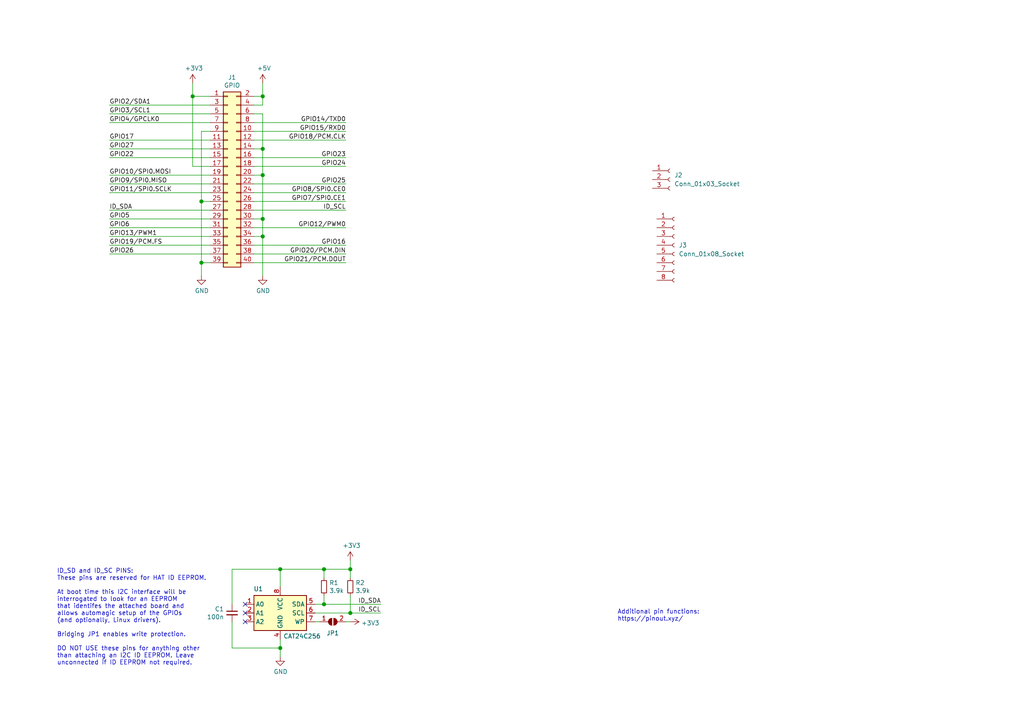
<source format=kicad_sch>
(kicad_sch (version 20230121) (generator eeschema)
  (paper "A4")
  (title_block (date "15 nov 2012"))
  (lib_symbols
    (symbol "Connector:Conn_01x03_Socket" (pin_names (offset 1.016) hide)
      (property "Reference" "J" (at 0 5.08 0))
      (property "Value" "Conn_01x03_Socket" (at 0 -5.08 0))
      (symbol "Conn_01x03_Socket_1_1"
        (arc (start 0 -2.032) (mid -0.5058 -2.54) (end 0 -3.048) (stroke (width 0.1524)))
        (polyline (pts (xy -1.27 -2.54) (xy -0.508 -2.54)) (stroke (width 0.1524)))
        (polyline (pts (xy -1.27 0) (xy -0.508 0)) (stroke (width 0.1524)))
        (polyline (pts (xy -1.27 2.54) (xy -0.508 2.54)) (stroke (width 0.1524)))
        (arc (start 0 0.508) (mid -0.5058 0) (end 0 -0.508) (stroke (width 0.1524)))
        (arc (start 0 3.048) (mid -0.5058 2.54) (end 0 2.032) (stroke (width 0.1524)))
        (pin passive line (at -5.08 2.54 0) (length 3.81) (name "Pin_1") (number "1"))
        (pin passive line (at -5.08 0 0) (length 3.81) (name "Pin_2") (number "2"))
        (pin passive line (at -5.08 -2.54 0) (length 3.81) (name "Pin_3") (number "3"))
      )
    )
    (symbol "Connector:Conn_01x08_Socket" (pin_names (offset 1.016) hide)
      (property "Reference" "J" (at 0 10.16 0))
      (property "Value" "Conn_01x08_Socket" (at 0 -12.7 0))
      (symbol "Conn_01x08_Socket_1_1"
        (arc (start 0 -9.652) (mid -0.5058 -10.16) (end 0 -10.668) (stroke (width 0.1524)))
        (arc (start 0 -7.112) (mid -0.5058 -7.62) (end 0 -8.128) (stroke (width 0.1524)))
        (arc (start 0 -4.572) (mid -0.5058 -5.08) (end 0 -5.588) (stroke (width 0.1524)))
        (arc (start 0 -2.032) (mid -0.5058 -2.54) (end 0 -3.048) (stroke (width 0.1524)))
        (polyline (pts (xy -1.27 -10.16) (xy -0.508 -10.16)) (stroke (width 0.1524)))
        (polyline (pts (xy -1.27 -7.62) (xy -0.508 -7.62)) (stroke (width 0.1524)))
        (polyline (pts (xy -1.27 -5.08) (xy -0.508 -5.08)) (stroke (width 0.1524)))
        (polyline (pts (xy -1.27 -2.54) (xy -0.508 -2.54)) (stroke (width 0.1524)))
        (polyline (pts (xy -1.27 0) (xy -0.508 0)) (stroke (width 0.1524)))
        (polyline (pts (xy -1.27 2.54) (xy -0.508 2.54)) (stroke (width 0.1524)))
        (polyline (pts (xy -1.27 5.08) (xy -0.508 5.08)) (stroke (width 0.1524)))
        (polyline (pts (xy -1.27 7.62) (xy -0.508 7.62)) (stroke (width 0.1524)))
        (arc (start 0 0.508) (mid -0.5058 0) (end 0 -0.508) (stroke (width 0.1524)))
        (arc (start 0 3.048) (mid -0.5058 2.54) (end 0 2.032) (stroke (width 0.1524)))
        (arc (start 0 5.588) (mid -0.5058 5.08) (end 0 4.572) (stroke (width 0.1524)))
        (arc (start 0 8.128) (mid -0.5058 7.62) (end 0 7.112) (stroke (width 0.1524)))
        (pin passive line (at -5.08 7.62 0) (length 3.81) (name "Pin_1") (number "1"))
        (pin passive line (at -5.08 5.08 0) (length 3.81) (name "Pin_2") (number "2"))
        (pin passive line (at -5.08 2.54 0) (length 3.81) (name "Pin_3") (number "3"))
        (pin passive line (at -5.08 0 0) (length 3.81) (name "Pin_4") (number "4"))
        (pin passive line (at -5.08 -2.54 0) (length 3.81) (name "Pin_5") (number "5"))
        (pin passive line (at -5.08 -5.08 0) (length 3.81) (name "Pin_6") (number "6"))
        (pin passive line (at -5.08 -7.62 0) (length 3.81) (name "Pin_7") (number "7"))
        (pin passive line (at -5.08 -10.16 0) (length 3.81) (name "Pin_8") (number "8"))
      )
    )
    (symbol "Connector_Generic:Conn_02x20_Odd_Even" (pin_names (offset 1.016) hide)
      (property "Reference" "J" (at 1.27 25.4 0))
      (property "Value" "Conn_02x20_Odd_Even" (at 1.27 -27.94 0))
      (symbol "Conn_02x20_Odd_Even_1_1"
        (rectangle (start -1.27 -25.273) (end 0 -25.527) (stroke (width 0.1524)))
        (rectangle (start -1.27 -22.733) (end 0 -22.987) (stroke (width 0.1524)))
        (rectangle (start -1.27 -20.193) (end 0 -20.447) (stroke (width 0.1524)))
        (rectangle (start -1.27 -17.653) (end 0 -17.907) (stroke (width 0.1524)))
        (rectangle (start -1.27 -15.113) (end 0 -15.367) (stroke (width 0.1524)))
        (rectangle (start -1.27 -12.573) (end 0 -12.827) (stroke (width 0.1524)))
        (rectangle (start -1.27 -10.033) (end 0 -10.287) (stroke (width 0.1524)))
        (rectangle (start -1.27 -7.493) (end 0 -7.747) (stroke (width 0.1524)))
        (rectangle (start -1.27 -4.953) (end 0 -5.207) (stroke (width 0.1524)))
        (rectangle (start -1.27 -2.413) (end 0 -2.667) (stroke (width 0.1524)))
        (rectangle (start -1.27 0.127) (end 0 -0.127) (stroke (width 0.1524)))
        (rectangle (start -1.27 2.667) (end 0 2.413) (stroke (width 0.1524)))
        (rectangle (start -1.27 5.207) (end 0 4.953) (stroke (width 0.1524)))
        (rectangle (start -1.27 7.747) (end 0 7.493) (stroke (width 0.1524)))
        (rectangle (start -1.27 10.287) (end 0 10.033) (stroke (width 0.1524)))
        (rectangle (start -1.27 12.827) (end 0 12.573) (stroke (width 0.1524)))
        (rectangle (start -1.27 15.367) (end 0 15.113) (stroke (width 0.1524)))
        (rectangle (start -1.27 17.907) (end 0 17.653) (stroke (width 0.1524)))
        (rectangle (start -1.27 20.447) (end 0 20.193) (stroke (width 0.1524)))
        (rectangle (start -1.27 22.987) (end 0 22.733) (stroke (width 0.1524)))
        (rectangle (start -1.27 24.13) (end 3.81 -26.67) (stroke (width 0.254)) (fill (type background)))
        (rectangle (start 3.81 -25.273) (end 2.54 -25.527) (stroke (width 0.1524)))
        (rectangle (start 3.81 -22.733) (end 2.54 -22.987) (stroke (width 0.1524)))
        (rectangle (start 3.81 -20.193) (end 2.54 -20.447) (stroke (width 0.1524)))
        (rectangle (start 3.81 -17.653) (end 2.54 -17.907) (stroke (width 0.1524)))
        (rectangle (start 3.81 -15.113) (end 2.54 -15.367) (stroke (width 0.1524)))
        (rectangle (start 3.81 -12.573) (end 2.54 -12.827) (stroke (width 0.1524)))
        (rectangle (start 3.81 -10.033) (end 2.54 -10.287) (stroke (width 0.1524)))
        (rectangle (start 3.81 -7.493) (end 2.54 -7.747) (stroke (width 0.1524)))
        (rectangle (start 3.81 -4.953) (end 2.54 -5.207) (stroke (width 0.1524)))
        (rectangle (start 3.81 -2.413) (end 2.54 -2.667) (stroke (width 0.1524)))
        (rectangle (start 3.81 0.127) (end 2.54 -0.127) (stroke (width 0.1524)))
        (rectangle (start 3.81 2.667) (end 2.54 2.413) (stroke (width 0.1524)))
        (rectangle (start 3.81 5.207) (end 2.54 4.953) (stroke (width 0.1524)))
        (rectangle (start 3.81 7.747) (end 2.54 7.493) (stroke (width 0.1524)))
        (rectangle (start 3.81 10.287) (end 2.54 10.033) (stroke (width 0.1524)))
        (rectangle (start 3.81 12.827) (end 2.54 12.573) (stroke (width 0.1524)))
        (rectangle (start 3.81 15.367) (end 2.54 15.113) (stroke (width 0.1524)))
        (rectangle (start 3.81 17.907) (end 2.54 17.653) (stroke (width 0.1524)))
        (rectangle (start 3.81 20.447) (end 2.54 20.193) (stroke (width 0.1524)))
        (rectangle (start 3.81 22.987) (end 2.54 22.733) (stroke (width 0.1524)))
        (pin passive line (at -5.08 22.86 0) (length 3.81) (name "Pin_1") (number "1"))
        (pin passive line (at 7.62 12.7 180) (length 3.81) (name "Pin_10") (number "10"))
        (pin passive line (at -5.08 10.16 0) (length 3.81) (name "Pin_11") (number "11"))
        (pin passive line (at 7.62 10.16 180) (length 3.81) (name "Pin_12") (number "12"))
        (pin passive line (at -5.08 7.62 0) (length 3.81) (name "Pin_13") (number "13"))
        (pin passive line (at 7.62 7.62 180) (length 3.81) (name "Pin_14") (number "14"))
        (pin passive line (at -5.08 5.08 0) (length 3.81) (name "Pin_15") (number "15"))
        (pin passive line (at 7.62 5.08 180) (length 3.81) (name "Pin_16") (number "16"))
        (pin passive line (at -5.08 2.54 0) (length 3.81) (name "Pin_17") (number "17"))
        (pin passive line (at 7.62 2.54 180) (length 3.81) (name "Pin_18") (number "18"))
        (pin passive line (at -5.08 0 0) (length 3.81) (name "Pin_19") (number "19"))
        (pin passive line (at 7.62 22.86 180) (length 3.81) (name "Pin_2") (number "2"))
        (pin passive line (at 7.62 0 180) (length 3.81) (name "Pin_20") (number "20"))
        (pin passive line (at -5.08 -2.54 0) (length 3.81) (name "Pin_21") (number "21"))
        (pin passive line (at 7.62 -2.54 180) (length 3.81) (name "Pin_22") (number "22"))
        (pin passive line (at -5.08 -5.08 0) (length 3.81) (name "Pin_23") (number "23"))
        (pin passive line (at 7.62 -5.08 180) (length 3.81) (name "Pin_24") (number "24"))
        (pin passive line (at -5.08 -7.62 0) (length 3.81) (name "Pin_25") (number "25"))
        (pin passive line (at 7.62 -7.62 180) (length 3.81) (name "Pin_26") (number "26"))
        (pin passive line (at -5.08 -10.16 0) (length 3.81) (name "Pin_27") (number "27"))
        (pin passive line (at 7.62 -10.16 180) (length 3.81) (name "Pin_28") (number "28"))
        (pin passive line (at -5.08 -12.7 0) (length 3.81) (name "Pin_29") (number "29"))
        (pin passive line (at -5.08 20.32 0) (length 3.81) (name "Pin_3") (number "3"))
        (pin passive line (at 7.62 -12.7 180) (length 3.81) (name "Pin_30") (number "30"))
        (pin passive line (at -5.08 -15.24 0) (length 3.81) (name "Pin_31") (number "31"))
        (pin passive line (at 7.62 -15.24 180) (length 3.81) (name "Pin_32") (number "32"))
        (pin passive line (at -5.08 -17.78 0) (length 3.81) (name "Pin_33") (number "33"))
        (pin passive line (at 7.62 -17.78 180) (length 3.81) (name "Pin_34") (number "34"))
        (pin passive line (at -5.08 -20.32 0) (length 3.81) (name "Pin_35") (number "35"))
        (pin passive line (at 7.62 -20.32 180) (length 3.81) (name "Pin_36") (number "36"))
        (pin passive line (at -5.08 -22.86 0) (length 3.81) (name "Pin_37") (number "37"))
        (pin passive line (at 7.62 -22.86 180) (length 3.81) (name "Pin_38") (number "38"))
        (pin passive line (at -5.08 -25.4 0) (length 3.81) (name "Pin_39") (number "39"))
        (pin passive line (at 7.62 20.32 180) (length 3.81) (name "Pin_4") (number "4"))
        (pin passive line (at 7.62 -25.4 180) (length 3.81) (name "Pin_40") (number "40"))
        (pin passive line (at -5.08 17.78 0) (length 3.81) (name "Pin_5") (number "5"))
        (pin passive line (at 7.62 17.78 180) (length 3.81) (name "Pin_6") (number "6"))
        (pin passive line (at -5.08 15.24 0) (length 3.81) (name "Pin_7") (number "7"))
        (pin passive line (at 7.62 15.24 180) (length 3.81) (name "Pin_8") (number "8"))
        (pin passive line (at -5.08 12.7 0) (length 3.81) (name "Pin_9") (number "9"))
      )
    )
    (symbol "Device:C_Small" (pin_numbers hide) (pin_names (offset 0.254) hide)
      (property "Reference" "C" (at 0.254 1.778 0))
      (property "Value" "C_Small" (at 0.254 -2.032 0))
      (symbol "C_Small_0_1"
        (polyline (pts (xy -1.524 -0.508) (xy 1.524 -0.508)) (stroke (width 0.3302)))
        (polyline (pts (xy -1.524 0.508) (xy 1.524 0.508)) (stroke (width 0.3048)))
      )
      (symbol "C_Small_1_1"
        (pin passive line (at 0 2.54 270) (length 2.032) (name "~") (number "1"))
        (pin passive line (at 0 -2.54 90) (length 2.032) (name "~") (number "2"))
      )
    )
    (symbol "Device:R_Small" (pin_numbers hide) (pin_names (offset 0.254) hide)
      (property "Reference" "R" (at 0.762 0.508 0))
      (property "Value" "R_Small" (at 0.762 -1.016 0))
      (symbol "R_Small_0_1"
        (rectangle (start -0.762 1.778) (end 0.762 -1.778) (stroke (width 0.2032)))
      )
      (symbol "R_Small_1_1"
        (pin passive line (at 0 2.54 270) (length 0.762) (name "~") (number "1"))
        (pin passive line (at 0 -2.54 90) (length 0.762) (name "~") (number "2"))
      )
    )
    (symbol "Jumper:SolderJumper_2_Open" (pin_names (offset 0) hide)
      (property "Reference" "JP" (at 0 2.032 0))
      (property "Value" "SolderJumper_2_Open" (at 0 -2.54 0))
      (symbol "SolderJumper_2_Open_0_1"
        (arc (start -0.254 1.016) (mid -1.2656 0) (end -0.254 -1.016))
        (arc (start -0.254 1.016) (mid -1.2656 0) (end -0.254 -1.016) (fill (type outline)))
        (polyline (pts (xy -0.254 1.016) (xy -0.254 -1.016)))
        (polyline (pts (xy 0.254 1.016) (xy 0.254 -1.016)))
        (arc (start 0.254 -1.016) (mid 1.2656 0) (end 0.254 1.016))
        (arc (start 0.254 -1.016) (mid 1.2656 0) (end 0.254 1.016) (fill (type outline)))
      )
      (symbol "SolderJumper_2_Open_1_1"
        (pin passive line (at -3.81 0 0) (length 2.54) (name "A") (number "1"))
        (pin passive line (at 3.81 0 180) (length 2.54) (name "B") (number "2"))
      )
    )
    (symbol "Memory_EEPROM:CAT24C256"
      (property "Reference" "U" (at -6.35 6.35 0))
      (property "Value" "CAT24C256" (at 1.27 6.35 0))
      (symbol "CAT24C256_1_1"
        (rectangle (start -7.62 5.08) (end 7.62 -5.08) (stroke (width 0.254)) (fill (type background)))
        (pin input line (at -10.16 2.54 0) (length 2.54) (name "A0") (number "1"))
        (pin input line (at -10.16 0 0) (length 2.54) (name "A1") (number "2"))
        (pin input line (at -10.16 -2.54 0) (length 2.54) (name "A2") (number "3"))
        (pin power_in line (at 0 -7.62 90) (length 2.54) (name "GND") (number "4"))
        (pin bidirectional line (at 10.16 2.54 180) (length 2.54) (name "SDA") (number "5"))
        (pin input line (at 10.16 0 180) (length 2.54) (name "SCL") (number "6"))
        (pin input line (at 10.16 -2.54 180) (length 2.54) (name "WP") (number "7"))
        (pin power_in line (at 0 7.62 270) (length 2.54) (name "VCC") (number "8"))
      )
    )
    (symbol "power:+3.3V" (power) (pin_names (offset 0))
      (property "Value" "+3.3V" (at 0 3.556 0))
      (symbol "+3.3V_0_1"
        (polyline (pts (xy -0.762 1.27) (xy 0 2.54)))
        (polyline (pts (xy 0 0) (xy 0 2.54)))
        (polyline (pts (xy 0 2.54) (xy 0.762 1.27)))
      )
      (symbol "+3.3V_1_1"
        (pin power_in line (at 0 0 90) (length 0) hide (name "+3V3") (number "1"))
      )
    )
    (symbol "power:+5V" (power) (pin_names (offset 0))
      (property "Value" "+5V" (at 0 3.556 0))
      (symbol "+5V_0_1"
        (polyline (pts (xy -0.762 1.27) (xy 0 2.54)))
        (polyline (pts (xy 0 0) (xy 0 2.54)))
        (polyline (pts (xy 0 2.54) (xy 0.762 1.27)))
      )
      (symbol "+5V_1_1"
        (pin power_in line (at 0 0 90) (length 0) hide (name "+5V") (number "1"))
      )
    )
    (symbol "power:GND" (power) (pin_names (offset 0))
      (property "Value" "GND" (at 0 -3.81 0))
      (symbol "GND_0_1"
        (polyline (pts (xy 0 0) (xy 0 -1.27) (xy 1.27 -1.27) (xy 0 -2.54) (xy -1.27 -1.27) (xy 0 -1.27)))
      )
      (symbol "GND_1_1"
        (pin power_in line (at 0 0 270) (length 0) hide (name "GND") (number "1"))
      )
    )
  )
  (junction (at 93.98 175.26) (diameter 1.016))
  (junction (at 76.2 27.94) (diameter 1.016))
  (junction (at 81.28 187.96) (diameter 1.016))
  (junction (at 76.2 43.18) (diameter 1.016))
  (junction (at 81.28 165.1) (diameter 1.016))
  (junction (at 101.6 165.1) (diameter 1.016))
  (junction (at 58.42 76.2) (diameter 1.016))
  (junction (at 58.42 58.42) (diameter 1.016))
  (junction (at 76.2 68.58) (diameter 1.016))
  (junction (at 76.2 63.5) (diameter 1.016))
  (junction (at 76.2 50.8) (diameter 1.016))
  (junction (at 101.6 177.8) (diameter 1.016))
  (junction (at 55.88 27.94) (diameter 1.016))
  (junction (at 93.98 165.1) (diameter 1.016))
  (no_connect (at 71.12 175.26))
  (no_connect (at 71.12 177.8))
  (no_connect (at 71.12 180.34))
  (wire (pts (xy 58.42 58.42) (xy 58.42 76.2)))
  (wire (pts (xy 73.66 58.42) (xy 100.33 58.42)))
  (wire (pts (xy 60.96 40.64) (xy 31.75 40.64)))
  (wire (pts (xy 81.28 165.1) (xy 93.98 165.1)))
  (wire (pts (xy 101.6 165.1) (xy 93.98 165.1)))
  (wire (pts (xy 101.6 167.64) (xy 101.6 165.1)))
  (wire (pts (xy 76.2 33.02) (xy 76.2 43.18)))
  (wire (pts (xy 76.2 50.8) (xy 73.66 50.8)))
  (wire (pts (xy 76.2 63.5) (xy 76.2 68.58)))
  (wire (pts (xy 76.2 50.8) (xy 76.2 63.5)))
  (wire (pts (xy 73.66 35.56) (xy 100.33 35.56)))
  (wire (pts (xy 58.42 38.1) (xy 58.42 58.42)))
  (wire (pts (xy 91.44 175.26) (xy 93.98 175.26)))
  (wire (pts (xy 93.98 175.26) (xy 110.49 175.26)))
  (wire (pts (xy 58.42 38.1) (xy 60.96 38.1)))
  (wire (pts (xy 91.44 180.34) (xy 92.71 180.34)))
  (wire (pts (xy 100.33 180.34) (xy 101.6 180.34)))
  (wire (pts (xy 73.66 55.88) (xy 100.33 55.88)))
  (wire (pts (xy 60.96 60.96) (xy 31.75 60.96)))
  (wire (pts (xy 31.75 63.5) (xy 60.96 63.5)))
  (wire (pts (xy 58.42 58.42) (xy 60.96 58.42)))
  (wire (pts (xy 101.6 162.56) (xy 101.6 165.1)))
  (wire (pts (xy 73.66 45.72) (xy 100.33 45.72)))
  (wire (pts (xy 81.28 165.1) (xy 81.28 170.18)))
  (wire (pts (xy 73.66 76.2) (xy 100.33 76.2)))
  (wire (pts (xy 58.42 76.2) (xy 58.42 80.01)))
  (wire (pts (xy 31.75 43.18) (xy 60.96 43.18)))
  (wire (pts (xy 101.6 172.72) (xy 101.6 177.8)))
  (wire (pts (xy 55.88 24.13) (xy 55.88 27.94)))
  (wire (pts (xy 76.2 68.58) (xy 73.66 68.58)))
  (wire (pts (xy 31.75 33.02) (xy 60.96 33.02)))
  (wire (pts (xy 31.75 55.88) (xy 60.96 55.88)))
  (wire (pts (xy 55.88 48.26) (xy 60.96 48.26)))
  (wire (pts (xy 60.96 30.48) (xy 31.75 30.48)))
  (wire (pts (xy 76.2 27.94) (xy 76.2 30.48)))
  (wire (pts (xy 76.2 43.18) (xy 76.2 50.8)))
  (wire (pts (xy 73.66 40.64) (xy 100.33 40.64)))
  (wire (pts (xy 76.2 43.18) (xy 73.66 43.18)))
  (wire (pts (xy 76.2 24.13) (xy 76.2 27.94)))
  (wire (pts (xy 31.75 35.56) (xy 60.96 35.56)))
  (wire (pts (xy 93.98 165.1) (xy 93.98 167.64)))
  (wire (pts (xy 76.2 27.94) (xy 73.66 27.94)))
  (wire (pts (xy 55.88 27.94) (xy 55.88 48.26)))
  (wire (pts (xy 73.66 48.26) (xy 100.33 48.26)))
  (wire (pts (xy 73.66 38.1) (xy 100.33 38.1)))
  (wire (pts (xy 93.98 172.72) (xy 93.98 175.26)))
  (wire (pts (xy 91.44 177.8) (xy 101.6 177.8)))
  (wire (pts (xy 101.6 177.8) (xy 110.49 177.8)))
  (wire (pts (xy 31.75 45.72) (xy 60.96 45.72)))
  (wire (pts (xy 31.75 53.34) (xy 60.96 53.34)))
  (wire (pts (xy 31.75 66.04) (xy 60.96 66.04)))
  (wire (pts (xy 76.2 30.48) (xy 73.66 30.48)))
  (wire (pts (xy 31.75 71.12) (xy 60.96 71.12)))
  (wire (pts (xy 73.66 71.12) (xy 100.33 71.12)))
  (wire (pts (xy 73.66 66.04) (xy 100.33 66.04)))
  (wire (pts (xy 58.42 76.2) (xy 60.96 76.2)))
  (wire (pts (xy 73.66 73.66) (xy 100.33 73.66)))
  (wire (pts (xy 76.2 33.02) (xy 73.66 33.02)))
  (wire (pts (xy 31.75 73.66) (xy 60.96 73.66)))
  (wire (pts (xy 67.31 165.1) (xy 67.31 175.26)))
  (wire (pts (xy 67.31 180.34) (xy 67.31 187.96)))
  (wire (pts (xy 67.31 187.96) (xy 81.28 187.96)))
  (wire (pts (xy 81.28 165.1) (xy 67.31 165.1)))
  (wire (pts (xy 81.28 185.42) (xy 81.28 187.96)))
  (wire (pts (xy 81.28 187.96) (xy 81.28 190.5)))
  (wire (pts (xy 76.2 68.58) (xy 76.2 80.01)))
  (wire (pts (xy 73.66 53.34) (xy 100.33 53.34)))
  (wire (pts (xy 60.96 68.58) (xy 31.75 68.58)))
  (wire (pts (xy 76.2 63.5) (xy 73.66 63.5)))
  (wire (pts (xy 55.88 27.94) (xy 60.96 27.94)))
  (wire (pts (xy 60.96 50.8) (xy 31.75 50.8)))
  (wire (pts (xy 73.66 60.96) (xy 100.33 60.96)))
  (text "Additional pin functions:\nhttps://pinout.xyz/" (at 179.07 180.34 0) (effects (font (size 1.27 1.27)) (justify left bottom)))
  (text "ID_SD and ID_SC PINS:\nThese pins are reserved for HAT ID EEPROM.\n\nAt boot time this I2C interface will be\ninterrogated to look for an EEPROM\nthat identifes the attached board and\nallows automagic setup of the GPIOs\n(and optionally, Linux drivers).\n\nBridging JP1 enables write protection.\n\nDO NOT USE these pins for anything other\nthan attaching an I2C ID EEPROM. Leave\nunconnected if ID EEPROM not required." (at 16.51 193.04 0) (effects (font (size 1.27 1.27)) (justify left bottom)))
  (label "ID_SDA" (at 31.75 60.96 0))
  (label "GPIO6" (at 31.75 66.04 0))
  (label "ID_SDA" (at 110.49 175.26 180))
  (label "ID_SCL" (at 100.33 60.96 180))
  (label "GPIO5" (at 31.75 63.5 0))
  (label "GPIO21{slash}PCM.DOUT" (at 100.33 76.2 180))
  (label "GPIO19{slash}PCM.FS" (at 31.75 71.12 0))
  (label "GPIO10{slash}SPI0.MOSI" (at 31.75 50.8 0))
  (label "GPIO9{slash}SPI0.MISO" (at 31.75 53.34 0))
  (label "GPIO23" (at 100.33 45.72 180))
  (label "GPIO4{slash}GPCLK0" (at 31.75 35.56 0))
  (label "GPIO27" (at 31.75 43.18 0))
  (label "GPIO26" (at 31.75 73.66 0))
  (label "GPIO14{slash}TXD0" (at 100.33 35.56 180))
  (label "GPIO8{slash}SPI0.CE0" (at 100.33 55.88 180))
  (label "GPIO15{slash}RXD0" (at 100.33 38.1 180))
  (label "GPIO16" (at 100.33 71.12 180))
  (label "GPIO22" (at 31.75 45.72 0))
  (label "GPIO2{slash}SDA1" (at 31.75 30.48 0))
  (label "GPIO17" (at 31.75 40.64 0))
  (label "GPIO25" (at 100.33 53.34 180))
  (label "GPIO3{slash}SCL1" (at 31.75 33.02 0))
  (label "GPIO18{slash}PCM.CLK" (at 100.33 40.64 180))
  (label "GPIO12{slash}PWM0" (at 100.33 66.04 180))
  (label "GPIO13{slash}PWM1" (at 31.75 68.58 0))
  (label "GPIO20{slash}PCM.DIN" (at 100.33 73.66 180))
  (label "GPIO24" (at 100.33 48.26 180))
  (label "GPIO7{slash}SPI0.CE1" (at 100.33 58.42 180))
  (label "ID_SCL" (at 110.49 177.8 180))
  (label "GPIO11{slash}SPI0.SCLK" (at 31.75 55.88 0))
  (symbol (lib_id "power:+5V") (at 76.2 24.13 0) (unit 1)
    (property "Reference" "#PWR01" (effects hide))
    (property "Value" "+5V" (at 76.5683 19.8056 0))
  )
  (symbol (lib_id "power:+3.3V") (at 55.88 24.13 0) (unit 1)
    (property "Reference" "#PWR04" (effects hide))
    (property "Value" "+3.3V" (at 56.2483 19.8056 0))
  )
  (symbol (lib_id "power:GND") (at 76.2 80.01 0) (unit 1)
    (property "Reference" "#PWR02" (effects hide))
    (property "Value" "GND" (at 76.3143 84.3344 0))
  )
  (symbol (lib_id "power:GND") (at 58.42 80.01 0) (unit 1)
    (property "Reference" "#PWR03" (effects hide))
    (property "Value" "GND" (at 58.5343 84.3344 0))
  )
  (symbol (lib_id "Connector_Generic:Conn_02x20_Odd_Even") (at 66.04 50.8 0) (unit 1)
    (property "Reference" "J1" (at 67.31 22.4598 0))
    (property "Value" "GPIO" (at 67.31 24.765 0))
    (property "Footprint" "Connector_PinSocket_2.54mm:PinSocket_2x20_P2.54mm_Vertical" (effects hide))
  )
  (symbol (lib_id "Device:C_Small") (at 67.31 177.8 0) (unit 1)
    (property "Reference" "C1" (at 64.9858 176.6506 0) (effects (justify right)))
    (property "Value" "100n" (at 64.9858 178.9493 0) (effects (justify right)))
  )
  (symbol (lib_id "Device:R_Small") (at 93.98 170.18 0) (unit 1)
    (property "Reference" "R1" (at 95.4786 169.037 0) (effects (justify left)))
    (property "Value" "3.9k" (at 95.4787 171.3293 0) (effects (justify left)))
  )
  (symbol (lib_id "Jumper:SolderJumper_2_Open") (at 96.52 180.34 0) (unit 1)
    (property "Reference" "JP1" (at 96.52 183.623 0))
    (property "Value" "ID_WP" (effects hide))
  )
  (symbol (lib_id "Device:R_Small") (at 101.6 170.18 0) (unit 1)
    (property "Reference" "R2" (at 103.0986 169.037 0) (effects (justify left)))
    (property "Value" "3.9k" (at 103.0987 171.3293 0) (effects (justify left)))
  )
  (symbol (lib_id "power:+3.3V") (at 101.6 162.56 0) (unit 1)
    (property "Reference" "#PWR0101" (effects hide))
    (property "Value" "+3.3V" (at 101.9683 158.2356 0))
  )
  (symbol (lib_id "Memory_EEPROM:CAT24C256") (at 81.28 177.8 0) (unit 1)
    (property "Reference" "U1" (at 74.93 170.7958 0))
    (property "Value" "CAT24C256" (at 87.63 184.5245 0))
    (property "Datasheet" "https://www.onsemi.cn/PowerSolutions/document/CAT24C256-D.PDF" (effects hide))
  )
  (symbol (lib_id "Connector:Conn_01x08_Socket") (at 195.58 71.12 0) (unit 1)
    (property "Reference" "J3" (at 196.85 71.12 0) (effects (justify left)))
    (property "Value" "Conn_01x08_Socket" (at 196.85 73.66 0) (effects (justify left)))
    (property "Footprint" "Connector_JST:JST_EH_S8B-EH_1x08_P2.50mm_Horizontal" (effects hide))
  )
  (symbol (lib_id "power:GND") (at 81.28 190.5 0) (unit 1)
    (property "Reference" "#PWR0102" (effects hide))
    (property "Value" "GND" (at 81.3943 194.8244 0))
  )
  (symbol (lib_id "Connector:Conn_01x03_Socket") (at 194.31 52.07 0) (unit 1)
    (property "Reference" "J2" (at 195.58 50.8 0) (effects (justify left)))
    (property "Value" "Conn_01x03_Socket" (at 195.58 53.34 0) (effects (justify left)))
    (property "Footprint" "Connector_JST:JST_EH_B3B-EH-A_1x03_P2.50mm_Vertical" (effects hide))
  )
  (symbol (lib_id "power:+3.3V") (at 101.6 180.34 270) (unit 1)
    (property "Reference" "#PWR0103" (effects hide))
    (property "Value" "+3.3V" (at 104.7751 180.7083 90) (effects (justify left)))
  )
)
</source>
